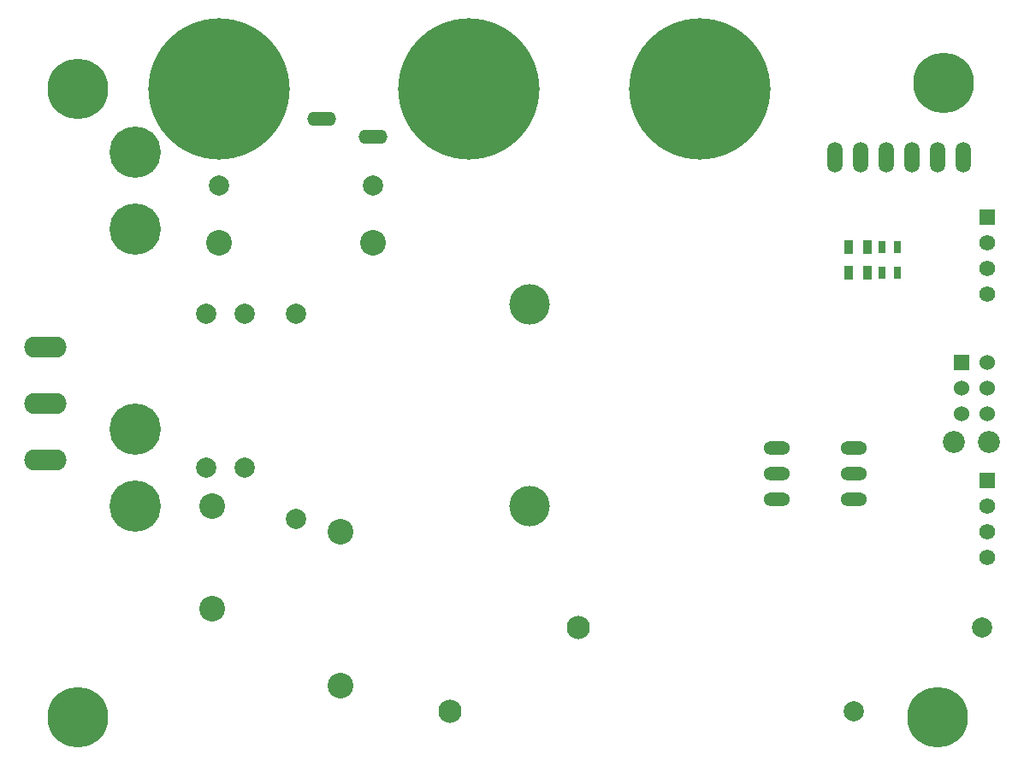
<source format=gts>
G04 (created by PCBNEW (2013-mar-13)-testing) date Tue 07 May 2013 10:03:09 PM CEST*
%MOIN*%
G04 Gerber Fmt 3.4, Leading zero omitted, Abs format*
%FSLAX34Y34*%
G01*
G70*
G90*
G04 APERTURE LIST*
%ADD10C,2.3622e-06*%
%ADD11C,0.551181*%
%ADD12O,0.165X0.0825*%
%ADD13O,0.0593X0.1187*%
%ADD14C,0.0787*%
%ADD15C,0.0906*%
%ADD16C,0.2*%
%ADD17C,0.0859*%
%ADD18C,0.06*%
%ADD19R,0.06X0.06*%
%ADD20R,0.062X0.062*%
%ADD21C,0.062*%
%ADD22C,0.1575*%
%ADD23O,0.112X0.056*%
%ADD24C,0.1*%
%ADD25O,0.104X0.052*%
%ADD26C,0.2362*%
%ADD27R,0.035X0.055*%
%ADD28R,0.025X0.045*%
G04 APERTURE END LIST*
G54D10*
G54D11*
X47250Y-28750D03*
X57000Y-28750D03*
X66000Y-28750D03*
G54D12*
X40500Y-43200D03*
X40500Y-41000D03*
X40500Y-38800D03*
G54D13*
X71250Y-31400D03*
X72250Y-31400D03*
X73250Y-31400D03*
X74250Y-31400D03*
X75250Y-31400D03*
X76250Y-31400D03*
G54D14*
X72000Y-53000D03*
G54D15*
X56252Y-53000D03*
G54D16*
X44000Y-45000D03*
X44000Y-42000D03*
X44000Y-31200D03*
X44000Y-34200D03*
G54D14*
X46750Y-43500D03*
X46750Y-37500D03*
X48250Y-43500D03*
X48250Y-37500D03*
X50250Y-37500D03*
X50250Y-45500D03*
G54D17*
X77250Y-42500D03*
X75875Y-42500D03*
G54D18*
X77200Y-39400D03*
X76200Y-40400D03*
X77200Y-40400D03*
X76200Y-41400D03*
X77200Y-41400D03*
G54D19*
X76200Y-39400D03*
G54D20*
X77200Y-44000D03*
G54D21*
X77200Y-45000D03*
X77200Y-46000D03*
X77200Y-47000D03*
G54D20*
X77200Y-33750D03*
G54D21*
X77200Y-34750D03*
X77200Y-35750D03*
X77200Y-36750D03*
G54D22*
X59374Y-45000D03*
X59374Y-37126D03*
G54D23*
X51250Y-29900D03*
X53250Y-30600D03*
G54D24*
X52000Y-46000D03*
X52000Y-52000D03*
X47250Y-34750D03*
X53250Y-34750D03*
X47000Y-45000D03*
X47000Y-49000D03*
G54D25*
X72000Y-44750D03*
X72000Y-43750D03*
X72000Y-42750D03*
X69000Y-42750D03*
X69000Y-43750D03*
X69000Y-44750D03*
G54D26*
X41750Y-28750D03*
X75500Y-28500D03*
X41750Y-53250D03*
X75250Y-53250D03*
G54D14*
X47250Y-32500D03*
X53250Y-32500D03*
G54D27*
X72525Y-35900D03*
X71775Y-35900D03*
X72525Y-34900D03*
X71775Y-34900D03*
G54D28*
X73700Y-34900D03*
X73100Y-34900D03*
X73700Y-35900D03*
X73100Y-35900D03*
G54D14*
X77000Y-49750D03*
G54D15*
X61252Y-49750D03*
M02*

</source>
